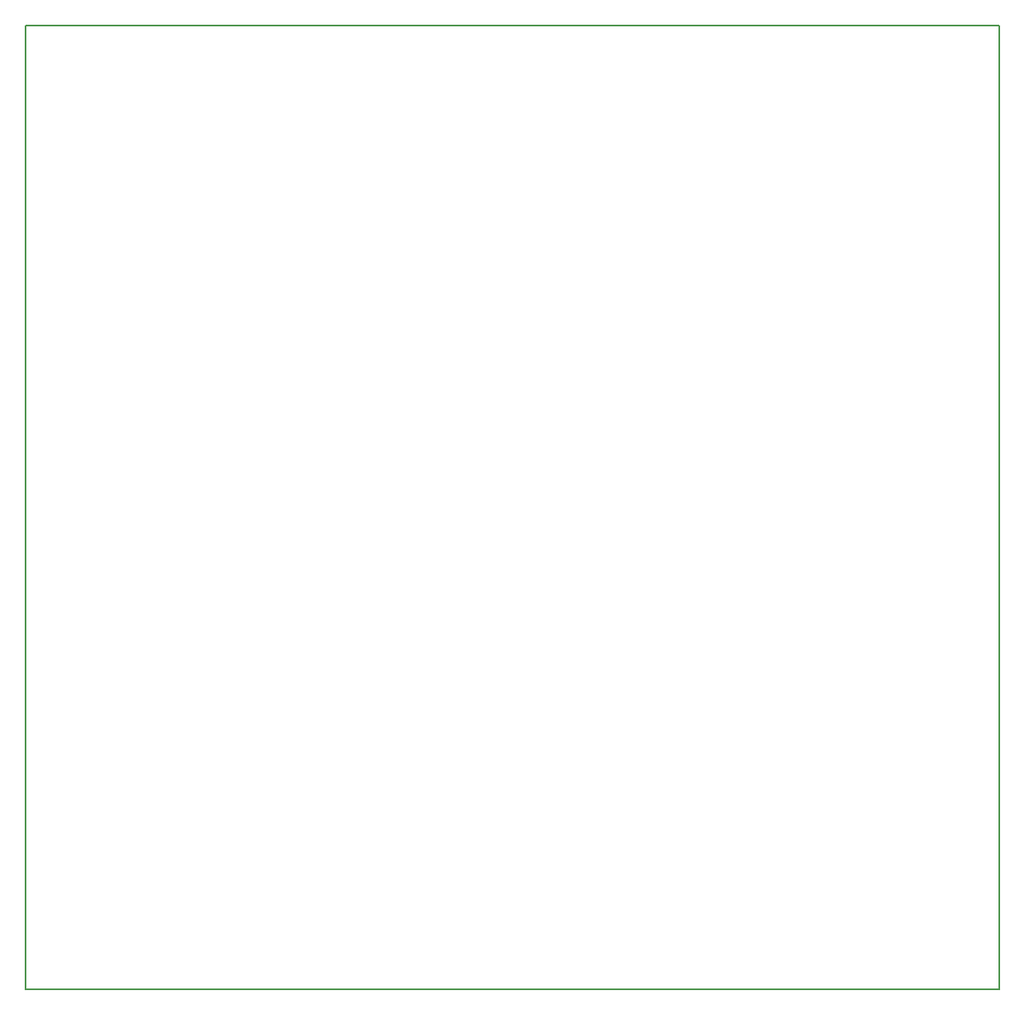
<source format=gbr>
G04 #@! TF.GenerationSoftware,KiCad,Pcbnew,9.0.5*
G04 #@! TF.CreationDate,2025-12-12T05:58:36+10:00*
G04 #@! TF.ProjectId,Jet Ranger Front Panel Servo,4a657420-5261-46e6-9765-722046726f6e,rev?*
G04 #@! TF.SameCoordinates,Original*
G04 #@! TF.FileFunction,Profile,NP*
%FSLAX46Y46*%
G04 Gerber Fmt 4.6, Leading zero omitted, Abs format (unit mm)*
G04 Created by KiCad (PCBNEW 9.0.5) date 2025-12-12 05:58:36*
%MOMM*%
%LPD*%
G01*
G04 APERTURE LIST*
G04 #@! TA.AperFunction,Profile*
%ADD10C,0.200000*%
G04 #@! TD*
G04 APERTURE END LIST*
D10*
X29464000Y-35966400D02*
X129464000Y-35966400D01*
X129464000Y-135016400D01*
X29464000Y-135016400D01*
X29464000Y-35966400D01*
M02*

</source>
